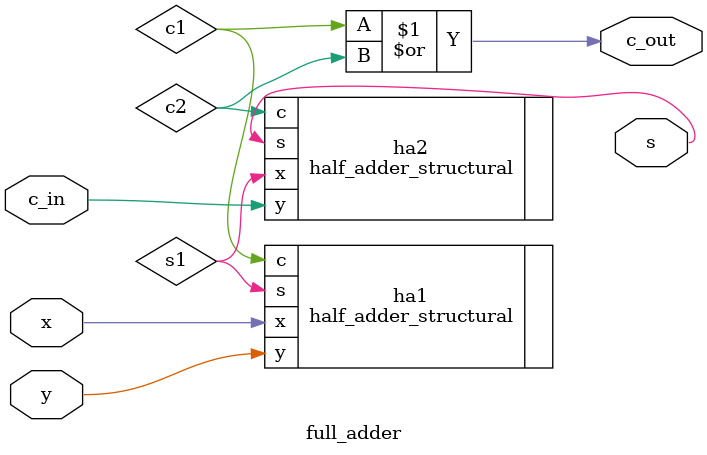
<source format=v>
module full_adder(x, y, c_in, s, c_out);
    input x, y, c_in;
    output s, c_out;

    wire s1, c1, c2;
    
    half_adder_structural ha1 (.x(x), .y(y), .s(s1), .c(c1));
    half_adder_structural ha2 (.x(s1), .y(c_in), .s(s), .c(c2));
    or (c_out, c1, c2);
endmodule

</source>
